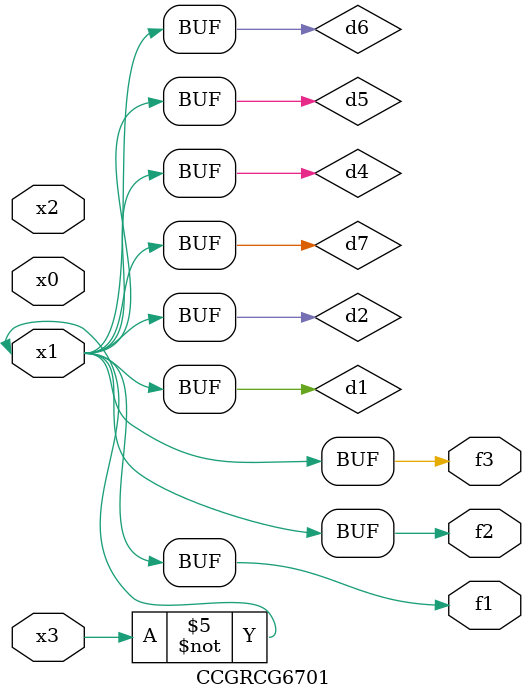
<source format=v>
module CCGRCG6701(
	input x0, x1, x2, x3,
	output f1, f2, f3
);

	wire d1, d2, d3, d4, d5, d6, d7;

	not (d1, x3);
	buf (d2, x1);
	xnor (d3, d1, d2);
	nor (d4, d1);
	buf (d5, d1, d2);
	buf (d6, d4, d5);
	nand (d7, d4);
	assign f1 = d6;
	assign f2 = d7;
	assign f3 = d6;
endmodule

</source>
